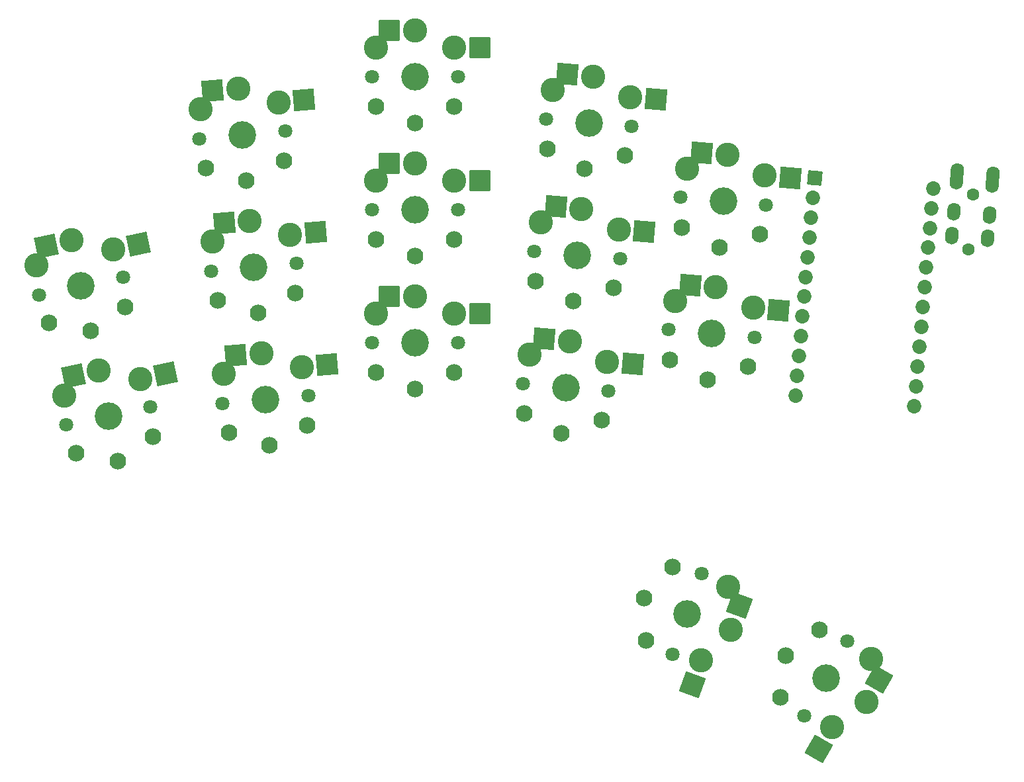
<source format=gbr>
%TF.GenerationSoftware,KiCad,Pcbnew,6.0.1-1.fc35*%
%TF.CreationDate,2022-01-21T00:59:51-05:00*%
%TF.ProjectId,a_dux_30,615f6475-785f-4333-902e-6b696361645f,v1.0.0*%
%TF.SameCoordinates,Original*%
%TF.FileFunction,Soldermask,Bot*%
%TF.FilePolarity,Negative*%
%FSLAX46Y46*%
G04 Gerber Fmt 4.6, Leading zero omitted, Abs format (unit mm)*
G04 Created by KiCad (PCBNEW 6.0.1-1.fc35) date 2022-01-21 00:59:51*
%MOMM*%
%LPD*%
G01*
G04 APERTURE LIST*
G04 Aperture macros list*
%AMRoundRect*
0 Rectangle with rounded corners*
0 $1 Rounding radius*
0 $2 $3 $4 $5 $6 $7 $8 $9 X,Y pos of 4 corners*
0 Add a 4 corners polygon primitive as box body*
4,1,4,$2,$3,$4,$5,$6,$7,$8,$9,$2,$3,0*
0 Add four circle primitives for the rounded corners*
1,1,$1+$1,$2,$3*
1,1,$1+$1,$4,$5*
1,1,$1+$1,$6,$7*
1,1,$1+$1,$8,$9*
0 Add four rect primitives between the rounded corners*
20,1,$1+$1,$2,$3,$4,$5,0*
20,1,$1+$1,$4,$5,$6,$7,0*
20,1,$1+$1,$6,$7,$8,$9,0*
20,1,$1+$1,$8,$9,$2,$3,0*%
%AMHorizOval*
0 Thick line with rounded ends*
0 $1 width*
0 $2 $3 position (X,Y) of the first rounded end (center of the circle)*
0 $4 $5 position (X,Y) of the second rounded end (center of the circle)*
0 Add line between two ends*
20,1,$1,$2,$3,$4,$5,0*
0 Add two circle primitives to create the rounded ends*
1,1,$1,$2,$3*
1,1,$1,$4,$5*%
G04 Aperture macros list end*
%ADD10C,3.100000*%
%ADD11C,1.801800*%
%ADD12C,3.529000*%
%ADD13RoundRect,0.050000X-1.300000X-1.300000X1.300000X-1.300000X1.300000X1.300000X-1.300000X1.300000X0*%
%ADD14RoundRect,0.050000X-1.408356X-1.181751X1.181751X-1.408356X1.408356X1.181751X-1.181751X1.408356X0*%
%ADD15C,2.132000*%
%ADD16C,1.600000*%
%ADD17HorizOval,1.700000X0.026147X0.298858X-0.026147X-0.298858X0*%
%ADD18RoundRect,0.050000X-1.001307X-1.541877X1.541877X-1.001307X1.001307X1.541877X-1.541877X1.001307X0*%
%ADD19RoundRect,0.050000X-1.181751X-1.408356X1.408356X-1.181751X1.181751X1.408356X-1.408356X1.181751X0*%
%ADD20RoundRect,0.050000X-0.796591X0.949340X-0.949340X-0.796591X0.796591X-0.949340X0.949340X0.796591X0*%
%ADD21C,1.852600*%
%ADD22RoundRect,0.050000X-0.776974X1.666227X-1.666227X-0.776974X0.776974X-1.666227X1.666227X0.776974X0*%
%ADD23RoundRect,0.050000X-0.475833X1.775833X-1.775833X-0.475833X0.475833X-1.775833X1.775833X0.475833X0*%
G04 APERTURE END LIST*
D10*
%TO.C,S15*%
X50125604Y65578531D03*
D11*
X55625604Y59628531D03*
D10*
X50125604Y65578531D03*
X55125604Y63378531D03*
D11*
X44625604Y59628531D03*
D12*
X50125604Y59628531D03*
D10*
X45125604Y63378531D03*
D13*
X46850604Y65578531D03*
X58400604Y63378531D03*
%TD*%
D11*
%TO.C,S21*%
X77849617Y53288437D03*
D10*
X72889123Y59695152D03*
D12*
X72370546Y53767794D03*
D10*
X67716407Y57939303D03*
X77678354Y57067745D03*
D11*
X66891475Y54247151D03*
D10*
X72889123Y59695152D03*
D14*
X69626585Y59980588D03*
X80940891Y56782310D03*
%TD*%
D11*
%TO.C,S4*%
X12776316Y34029042D03*
D12*
X7396504Y32885528D03*
D11*
X2016692Y31742014D03*
D15*
X13077306Y30208126D03*
X3295830Y28129009D03*
X8623183Y27114457D03*
X8623183Y27114457D03*
%TD*%
D16*
%TO.C,REF\u002A\u002A*%
X120943889Y37572721D03*
X121553979Y44546084D03*
D17*
X119498052Y47436268D03*
X124080548Y47035352D03*
X119402181Y46340454D03*
X123984676Y45939538D03*
X119053558Y42355675D03*
X123636053Y41954759D03*
X118792090Y39367091D03*
X123374586Y38966175D03*
%TD*%
D10*
%TO.C,S11*%
X55125604Y29378531D03*
D11*
X44625604Y25628531D03*
D10*
X50125604Y31578531D03*
D11*
X55625604Y25628531D03*
D12*
X50125604Y25628531D03*
D10*
X50125604Y31578531D03*
X45125604Y29378531D03*
D13*
X46850604Y31578531D03*
X58400604Y29378531D03*
%TD*%
D11*
%TO.C,S30*%
X99944244Y-22108143D03*
D12*
X102694244Y-17345003D03*
D11*
X105444244Y-12581863D03*
D15*
X101903347Y-11114876D03*
X96903347Y-19775130D03*
X97584694Y-14395003D03*
X97584694Y-14395003D03*
%TD*%
D12*
%TO.C,S12*%
X50125604Y25628531D03*
D11*
X44625604Y25628531D03*
X55625604Y25628531D03*
D15*
X55125604Y21828531D03*
X45125604Y21828531D03*
X50125604Y19728531D03*
X50125604Y19728531D03*
%TD*%
D11*
%TO.C,S13*%
X55625604Y42628531D03*
D12*
X50125604Y42628531D03*
D10*
X50125604Y48578531D03*
X50125604Y48578531D03*
D11*
X44625604Y42628531D03*
D10*
X45125604Y46378531D03*
X55125604Y46378531D03*
D13*
X46850604Y48578531D03*
X58400604Y46378531D03*
%TD*%
D12*
%TO.C,S1*%
X10931003Y16257018D03*
D11*
X5551191Y15113504D03*
D10*
X5260596Y18885513D03*
X9693928Y22076996D03*
D11*
X16310815Y17400532D03*
D10*
X15042072Y20964630D03*
X9693928Y22076996D03*
D18*
X6490495Y21396085D03*
X18245506Y21645541D03*
%TD*%
D11*
%TO.C,S16*%
X44625604Y59628531D03*
X55625604Y59628531D03*
D12*
X50125604Y59628531D03*
D15*
X45125604Y55828531D03*
X55125604Y55828531D03*
X50125604Y53728531D03*
X50125604Y53728531D03*
%TD*%
D12*
%TO.C,S6*%
X31006334Y18349934D03*
D11*
X25527263Y17870577D03*
X36485405Y18829291D03*
D15*
X36318499Y15000173D03*
X26356552Y14128615D03*
X31520553Y12472385D03*
X31520553Y12472385D03*
%TD*%
D11*
%TO.C,S23*%
X82600509Y27275383D03*
D10*
X83425441Y30967535D03*
D12*
X88079580Y26796026D03*
D10*
X88598157Y32723384D03*
X88598157Y32723384D03*
X93387388Y30095977D03*
D11*
X93558651Y26316669D03*
D14*
X85335619Y33008820D03*
X96649925Y29810542D03*
%TD*%
D11*
%TO.C,S26*%
X84082156Y44210693D03*
D12*
X89561227Y43731336D03*
D11*
X95040298Y43251979D03*
D15*
X84249062Y40381575D03*
X94211009Y39510017D03*
X89047008Y37853787D03*
X89047008Y37853787D03*
%TD*%
D10*
%TO.C,S3*%
X6159429Y38705506D03*
X11507573Y37593140D03*
X1726097Y35514023D03*
X6159429Y38705506D03*
D11*
X2016692Y31742014D03*
X12776316Y34029042D03*
D12*
X7396504Y32885528D03*
D18*
X2955996Y38024595D03*
X14711007Y38274051D03*
%TD*%
D10*
%TO.C,S5*%
X25698526Y21649885D03*
X30487757Y24277292D03*
D11*
X25527263Y17870577D03*
D12*
X31006334Y18349934D03*
D10*
X30487757Y24277292D03*
X35660473Y22521443D03*
D11*
X36485405Y18829291D03*
D19*
X27225220Y23991857D03*
X38923011Y22806878D03*
%TD*%
D11*
%TO.C,S14*%
X55625604Y42628531D03*
X44625604Y42628531D03*
D12*
X50125604Y42628531D03*
D15*
X55125604Y38828531D03*
X45125604Y38828531D03*
X50125604Y36728531D03*
X50125604Y36728531D03*
%TD*%
D12*
%TO.C,S10*%
X28043039Y52220554D03*
D11*
X33522110Y52699911D03*
X22563968Y51741197D03*
D15*
X23393257Y47999235D03*
X33355204Y48870793D03*
X28557258Y46343005D03*
X28557258Y46343005D03*
%TD*%
D20*
%TO.C,MCU1*%
X101243931Y46694397D03*
D21*
X101022556Y44164062D03*
X100801180Y41633728D03*
X100579804Y39103393D03*
X100358429Y36573059D03*
X100137053Y34042724D03*
X99915678Y31512389D03*
X99694302Y28982055D03*
X99472926Y26451720D03*
X99251551Y23921386D03*
X99030175Y21391051D03*
X98808800Y18860717D03*
X116425938Y45366143D03*
X116204563Y42835809D03*
X115983187Y40305474D03*
X115761812Y37775140D03*
X115540436Y35244805D03*
X115319060Y32714471D03*
X115097685Y30184136D03*
X114876309Y27653801D03*
X114654934Y25123467D03*
X114433558Y22593132D03*
X114212182Y20062798D03*
X113990807Y17532463D03*
%TD*%
D10*
%TO.C,S19*%
X71407476Y42759842D03*
X71407476Y42759842D03*
X76196707Y40132435D03*
D11*
X65409828Y37311841D03*
D10*
X66234760Y41003993D03*
D12*
X70888899Y36832484D03*
D11*
X76367970Y36353127D03*
D14*
X68144938Y43045278D03*
X79459244Y39847000D03*
%TD*%
D11*
%TO.C,S24*%
X93558651Y26316669D03*
D12*
X88079580Y26796026D03*
D11*
X82600509Y27275383D03*
D15*
X82767415Y23446265D03*
X92729362Y22574707D03*
X87565361Y20918477D03*
X87565361Y20918477D03*
%TD*%
D11*
%TO.C,S28*%
X83060862Y-14235292D03*
X86823084Y-3898674D03*
D12*
X84941973Y-9066983D03*
D15*
X83081242Y-3068843D03*
X79661040Y-12465770D03*
X79397787Y-7049064D03*
X79397787Y-7049064D03*
%TD*%
D11*
%TO.C,S17*%
X63928180Y20376531D03*
D10*
X69925828Y25824532D03*
X69925828Y25824532D03*
D12*
X69407251Y19897174D03*
D11*
X74886322Y19417817D03*
D10*
X74715059Y23197125D03*
X64753112Y24068683D03*
D14*
X66663290Y26109968D03*
X77977596Y22911690D03*
%TD*%
D10*
%TO.C,S27*%
X90533144Y-11102003D03*
D11*
X83060862Y-14235292D03*
D10*
X90533144Y-11102003D03*
D12*
X84941973Y-9066983D03*
D11*
X86823084Y-3898674D03*
D10*
X86755720Y-15048022D03*
X90175921Y-5651095D03*
D22*
X91653260Y-8024510D03*
X85635604Y-18125515D03*
%TD*%
D12*
%TO.C,S20*%
X70888899Y36832484D03*
D11*
X65409828Y37311841D03*
X76367970Y36353127D03*
D15*
X65576734Y33482723D03*
X75538681Y32611165D03*
X70374680Y30954935D03*
X70374680Y30954935D03*
%TD*%
D10*
%TO.C,S25*%
X90079804Y49658694D03*
D11*
X84082156Y44210693D03*
X95040298Y43251979D03*
D10*
X90079804Y49658694D03*
D12*
X89561227Y43731336D03*
D10*
X84907088Y47902845D03*
X94869035Y47031287D03*
D14*
X86817266Y49944130D03*
X98131572Y46745852D03*
%TD*%
D12*
%TO.C,S2*%
X10931003Y16257018D03*
D11*
X5551191Y15113504D03*
X16310815Y17400532D03*
D15*
X16611805Y13579616D03*
X6830329Y11500499D03*
X12157682Y10485947D03*
X12157682Y10485947D03*
%TD*%
D11*
%TO.C,S22*%
X77849617Y53288437D03*
D12*
X72370546Y53767794D03*
D11*
X66891475Y54247151D03*
D15*
X77020328Y49546475D03*
X67058381Y50418033D03*
X71856327Y47890245D03*
X71856327Y47890245D03*
%TD*%
D11*
%TO.C,S29*%
X99944244Y-22108143D03*
D10*
X108441839Y-14889876D03*
D12*
X102694244Y-17345003D03*
D10*
X103441839Y-23550130D03*
X107847095Y-20320003D03*
X107847095Y-20320003D03*
D11*
X105444244Y-12581863D03*
D23*
X109484595Y-17483770D03*
X101804339Y-26386363D03*
%TD*%
D11*
%TO.C,S8*%
X24045615Y34805887D03*
X35003757Y35764601D03*
D12*
X29524686Y35285244D03*
D15*
X24874904Y31063925D03*
X34836851Y31935483D03*
X30038905Y29407695D03*
X30038905Y29407695D03*
%TD*%
D12*
%TO.C,S9*%
X28043039Y52220554D03*
D10*
X32697178Y56392063D03*
D11*
X22563968Y51741197D03*
D10*
X22735231Y55520505D03*
D11*
X33522110Y52699911D03*
D10*
X27524462Y58147912D03*
X27524462Y58147912D03*
D19*
X24261925Y57862477D03*
X35959716Y56677498D03*
%TD*%
D11*
%TO.C,S7*%
X24045615Y34805887D03*
D10*
X34178825Y39456753D03*
X29006109Y41212602D03*
X29006109Y41212602D03*
D11*
X35003757Y35764601D03*
D10*
X24216878Y38585195D03*
D12*
X29524686Y35285244D03*
D19*
X25743572Y40927167D03*
X37441363Y39742188D03*
%TD*%
D12*
%TO.C,S18*%
X69407251Y19897174D03*
D11*
X63928180Y20376531D03*
X74886322Y19417817D03*
D15*
X74057033Y15675855D03*
X64095086Y16547413D03*
X68893032Y14019625D03*
X68893032Y14019625D03*
%TD*%
M02*

</source>
